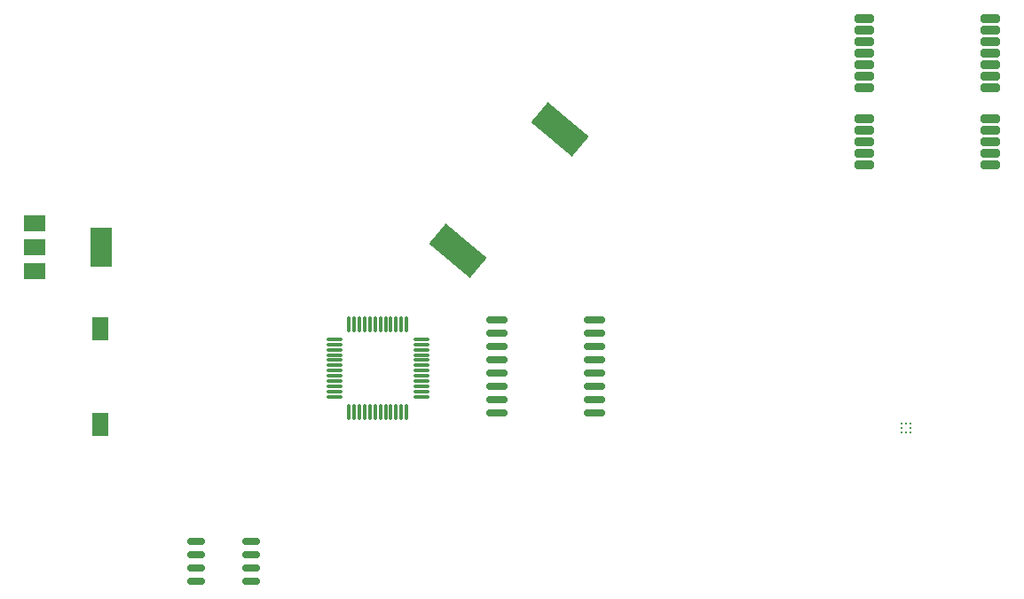
<source format=gbr>
%TF.GenerationSoftware,KiCad,Pcbnew,7.0.10*%
%TF.CreationDate,2024-05-10T14:16:29+08:00*%
%TF.ProjectId,pcb,7063622e-6b69-4636-9164-5f7063625858,rev?*%
%TF.SameCoordinates,Original*%
%TF.FileFunction,Paste,Top*%
%TF.FilePolarity,Positive*%
%FSLAX46Y46*%
G04 Gerber Fmt 4.6, Leading zero omitted, Abs format (unit mm)*
G04 Created by KiCad (PCBNEW 7.0.10) date 2024-05-10 14:16:29*
%MOMM*%
%LPD*%
G01*
G04 APERTURE LIST*
G04 Aperture macros list*
%AMRoundRect*
0 Rectangle with rounded corners*
0 $1 Rounding radius*
0 $2 $3 $4 $5 $6 $7 $8 $9 X,Y pos of 4 corners*
0 Add a 4 corners polygon primitive as box body*
4,1,4,$2,$3,$4,$5,$6,$7,$8,$9,$2,$3,0*
0 Add four circle primitives for the rounded corners*
1,1,$1+$1,$2,$3*
1,1,$1+$1,$4,$5*
1,1,$1+$1,$6,$7*
1,1,$1+$1,$8,$9*
0 Add four rect primitives between the rounded corners*
20,1,$1+$1,$2,$3,$4,$5,0*
20,1,$1+$1,$4,$5,$6,$7,0*
20,1,$1+$1,$6,$7,$8,$9,0*
20,1,$1+$1,$8,$9,$2,$3,0*%
%AMRotRect*
0 Rectangle, with rotation*
0 The origin of the aperture is its center*
0 $1 length*
0 $2 width*
0 $3 Rotation angle, in degrees counterclockwise*
0 Add horizontal line*
21,1,$1,$2,0,0,$3*%
G04 Aperture macros list end*
%ADD10RoundRect,0.200000X-0.700000X-0.200000X0.700000X-0.200000X0.700000X0.200000X-0.700000X0.200000X0*%
%ADD11R,1.600000X2.180000*%
%ADD12R,2.000000X1.500000*%
%ADD13R,2.000000X3.800000*%
%ADD14C,0.240000*%
%ADD15RotRect,2.500000X5.100000X50.000000*%
%ADD16RoundRect,0.150000X-0.875000X-0.150000X0.875000X-0.150000X0.875000X0.150000X-0.875000X0.150000X0*%
%ADD17RoundRect,0.150000X-0.675000X-0.150000X0.675000X-0.150000X0.675000X0.150000X-0.675000X0.150000X0*%
%ADD18RoundRect,0.075000X-0.662500X-0.075000X0.662500X-0.075000X0.662500X0.075000X-0.662500X0.075000X0*%
%ADD19RoundRect,0.075000X-0.075000X-0.662500X0.075000X-0.662500X0.075000X0.662500X-0.075000X0.662500X0*%
G04 APERTURE END LIST*
D10*
%TO.C,U6*%
X155894000Y-53588000D03*
X155894000Y-54688000D03*
X155894000Y-55788000D03*
X155894000Y-56888000D03*
X155894000Y-57988000D03*
X155894000Y-59088000D03*
X155894000Y-60188000D03*
X155894000Y-63188000D03*
X155894000Y-64288000D03*
X155894000Y-65388000D03*
X155894000Y-66488000D03*
X155894000Y-67588000D03*
X167894000Y-67588000D03*
X167894000Y-66488000D03*
X167894000Y-65388000D03*
X167894000Y-64288000D03*
X167894000Y-63188000D03*
X167894000Y-60188000D03*
X167894000Y-59088000D03*
X167894000Y-57988000D03*
X167894000Y-56888000D03*
X167894000Y-55788000D03*
X167894000Y-54688000D03*
X167894000Y-53588000D03*
%TD*%
D11*
%TO.C,SW1*%
X82980000Y-92410000D03*
X82980000Y-83230000D03*
%TD*%
D12*
%TO.C,U1*%
X76758000Y-73138000D03*
X76758000Y-75438000D03*
D13*
X83058000Y-75438000D03*
D12*
X76758000Y-77738000D03*
%TD*%
D14*
%TO.C,U2*%
X160274000Y-92310000D03*
X160284000Y-92710000D03*
X160274000Y-93110000D03*
X159874000Y-92310000D03*
X159874000Y-93110000D03*
X159474000Y-92310000D03*
X159474000Y-92710000D03*
X159474000Y-93110000D03*
%TD*%
D15*
%TO.C,BT1*%
X117114814Y-75821938D03*
X126885186Y-64178062D03*
%TD*%
D16*
%TO.C,U5*%
X120826000Y-82423000D03*
X120826000Y-83693000D03*
X120826000Y-84963000D03*
X120826000Y-86233000D03*
X120826000Y-87503000D03*
X120826000Y-88773000D03*
X120826000Y-90043000D03*
X120826000Y-91313000D03*
X130126000Y-91313000D03*
X130126000Y-90043000D03*
X130126000Y-88773000D03*
X130126000Y-87503000D03*
X130126000Y-86233000D03*
X130126000Y-84963000D03*
X130126000Y-83693000D03*
X130126000Y-82423000D03*
%TD*%
D17*
%TO.C,U3*%
X92117000Y-103595000D03*
X92117000Y-104865000D03*
X92117000Y-106135000D03*
X92117000Y-107405000D03*
X97367000Y-107405000D03*
X97367000Y-106135000D03*
X97367000Y-104865000D03*
X97367000Y-103595000D03*
%TD*%
D18*
%TO.C,U4*%
X105311500Y-84250000D03*
X105311500Y-84750000D03*
X105311500Y-85250000D03*
X105311500Y-85750000D03*
X105311500Y-86250000D03*
X105311500Y-86750000D03*
X105311500Y-87250000D03*
X105311500Y-87750000D03*
X105311500Y-88250000D03*
X105311500Y-88750000D03*
X105311500Y-89250000D03*
X105311500Y-89750000D03*
D19*
X106724000Y-91162500D03*
X107224000Y-91162500D03*
X107724000Y-91162500D03*
X108224000Y-91162500D03*
X108724000Y-91162500D03*
X109224000Y-91162500D03*
X109724000Y-91162500D03*
X110224000Y-91162500D03*
X110724000Y-91162500D03*
X111224000Y-91162500D03*
X111724000Y-91162500D03*
X112224000Y-91162500D03*
D18*
X113636500Y-89750000D03*
X113636500Y-89250000D03*
X113636500Y-88750000D03*
X113636500Y-88250000D03*
X113636500Y-87750000D03*
X113636500Y-87250000D03*
X113636500Y-86750000D03*
X113636500Y-86250000D03*
X113636500Y-85750000D03*
X113636500Y-85250000D03*
X113636500Y-84750000D03*
X113636500Y-84250000D03*
D19*
X112224000Y-82837500D03*
X111724000Y-82837500D03*
X111224000Y-82837500D03*
X110724000Y-82837500D03*
X110224000Y-82837500D03*
X109724000Y-82837500D03*
X109224000Y-82837500D03*
X108724000Y-82837500D03*
X108224000Y-82837500D03*
X107724000Y-82837500D03*
X107224000Y-82837500D03*
X106724000Y-82837500D03*
%TD*%
M02*

</source>
